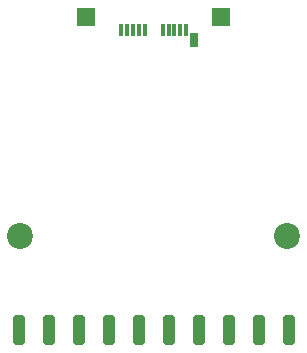
<source format=gbs>
G04 #@! TF.GenerationSoftware,KiCad,Pcbnew,9.0.4*
G04 #@! TF.CreationDate,2025-08-29T17:47:37+02:00*
G04 #@! TF.ProjectId,rp2350_gpio_card,72703233-3530-45f6-9770-696f5f636172,X1*
G04 #@! TF.SameCoordinates,Original*
G04 #@! TF.FileFunction,Soldermask,Bot*
G04 #@! TF.FilePolarity,Negative*
%FSLAX46Y46*%
G04 Gerber Fmt 4.6, Leading zero omitted, Abs format (unit mm)*
G04 Created by KiCad (PCBNEW 9.0.4) date 2025-08-29 17:47:37*
%MOMM*%
%LPD*%
G01*
G04 APERTURE LIST*
G04 Aperture macros list*
%AMRoundRect*
0 Rectangle with rounded corners*
0 $1 Rounding radius*
0 $2 $3 $4 $5 $6 $7 $8 $9 X,Y pos of 4 corners*
0 Add a 4 corners polygon primitive as box body*
4,1,4,$2,$3,$4,$5,$6,$7,$8,$9,$2,$3,0*
0 Add four circle primitives for the rounded corners*
1,1,$1+$1,$2,$3*
1,1,$1+$1,$4,$5*
1,1,$1+$1,$6,$7*
1,1,$1+$1,$8,$9*
0 Add four rect primitives between the rounded corners*
20,1,$1+$1,$2,$3,$4,$5,0*
20,1,$1+$1,$4,$5,$6,$7,0*
20,1,$1+$1,$6,$7,$8,$9,0*
20,1,$1+$1,$8,$9,$2,$3,0*%
G04 Aperture macros list end*
%ADD10R,0.380000X1.000000*%
%ADD11R,0.700000X1.150000*%
%ADD12C,2.200000*%
%ADD13R,1.500000X1.500000*%
%ADD14RoundRect,0.250000X-0.250000X1.000000X-0.250000X-1.000000X0.250000X-1.000000X0.250000X1.000000X0*%
G04 APERTURE END LIST*
D10*
G04 #@! TO.C,P1*
X106305183Y-54186434D03*
X105805183Y-54186434D03*
X105305183Y-54186434D03*
X104805183Y-54186434D03*
X104305183Y-54186434D03*
X102805183Y-54186434D03*
X102305183Y-54186434D03*
X101805183Y-54186434D03*
X101305183Y-54186434D03*
X100805183Y-54186434D03*
D11*
X106975183Y-55026434D03*
G04 #@! TD*
D12*
G04 #@! TO.C,H1*
X92255183Y-71646434D03*
G04 #@! TD*
G04 #@! TO.C,H2*
X114855183Y-71646434D03*
G04 #@! TD*
D13*
G04 #@! TO.C,TP3*
X97855183Y-53146434D03*
G04 #@! TD*
G04 #@! TO.C,TP4*
X109255183Y-53146434D03*
G04 #@! TD*
D14*
G04 #@! TO.C,J1*
X92125183Y-79600000D03*
X94665183Y-79600000D03*
X97205183Y-79600000D03*
X99745183Y-79600000D03*
X102285183Y-79600000D03*
X104825183Y-79600000D03*
X107365183Y-79600000D03*
X109905183Y-79600000D03*
X112445183Y-79600000D03*
X114985183Y-79600000D03*
G04 #@! TD*
M02*

</source>
